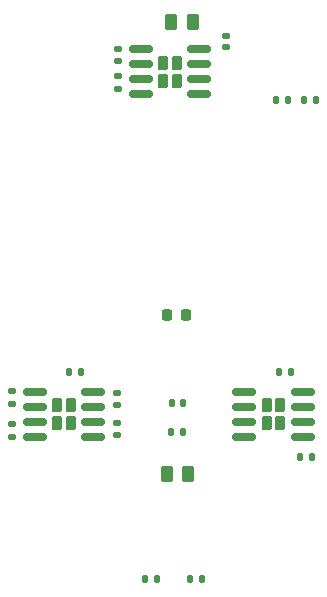
<source format=gbr>
%TF.GenerationSoftware,KiCad,Pcbnew,8.0.5*%
%TF.CreationDate,2024-11-13T12:53:38+05:30*%
%TF.ProjectId,low_pass,6c6f775f-7061-4737-932e-6b696361645f,rev?*%
%TF.SameCoordinates,Original*%
%TF.FileFunction,Paste,Top*%
%TF.FilePolarity,Positive*%
%FSLAX46Y46*%
G04 Gerber Fmt 4.6, Leading zero omitted, Abs format (unit mm)*
G04 Created by KiCad (PCBNEW 8.0.5) date 2024-11-13 12:53:38*
%MOMM*%
%LPD*%
G01*
G04 APERTURE LIST*
G04 Aperture macros list*
%AMRoundRect*
0 Rectangle with rounded corners*
0 $1 Rounding radius*
0 $2 $3 $4 $5 $6 $7 $8 $9 X,Y pos of 4 corners*
0 Add a 4 corners polygon primitive as box body*
4,1,4,$2,$3,$4,$5,$6,$7,$8,$9,$2,$3,0*
0 Add four circle primitives for the rounded corners*
1,1,$1+$1,$2,$3*
1,1,$1+$1,$4,$5*
1,1,$1+$1,$6,$7*
1,1,$1+$1,$8,$9*
0 Add four rect primitives between the rounded corners*
20,1,$1+$1,$2,$3,$4,$5,0*
20,1,$1+$1,$4,$5,$6,$7,0*
20,1,$1+$1,$6,$7,$8,$9,0*
20,1,$1+$1,$8,$9,$2,$3,0*%
G04 Aperture macros list end*
%ADD10RoundRect,0.250000X-0.262500X-0.450000X0.262500X-0.450000X0.262500X0.450000X-0.262500X0.450000X0*%
%ADD11RoundRect,0.250000X0.262500X0.450000X-0.262500X0.450000X-0.262500X-0.450000X0.262500X-0.450000X0*%
%ADD12RoundRect,0.135000X0.185000X-0.135000X0.185000X0.135000X-0.185000X0.135000X-0.185000X-0.135000X0*%
%ADD13RoundRect,0.230000X-0.230000X-0.375000X0.230000X-0.375000X0.230000X0.375000X-0.230000X0.375000X0*%
%ADD14RoundRect,0.150000X-0.825000X-0.150000X0.825000X-0.150000X0.825000X0.150000X-0.825000X0.150000X0*%
%ADD15RoundRect,0.135000X-0.135000X-0.185000X0.135000X-0.185000X0.135000X0.185000X-0.135000X0.185000X0*%
%ADD16RoundRect,0.140000X-0.140000X-0.170000X0.140000X-0.170000X0.140000X0.170000X-0.140000X0.170000X0*%
%ADD17RoundRect,0.140000X0.140000X0.170000X-0.140000X0.170000X-0.140000X-0.170000X0.140000X-0.170000X0*%
%ADD18RoundRect,0.218750X-0.218750X-0.256250X0.218750X-0.256250X0.218750X0.256250X-0.218750X0.256250X0*%
%ADD19RoundRect,0.140000X-0.170000X0.140000X-0.170000X-0.140000X0.170000X-0.140000X0.170000X0.140000X0*%
%ADD20RoundRect,0.140000X0.170000X-0.140000X0.170000X0.140000X-0.170000X0.140000X-0.170000X-0.140000X0*%
G04 APERTURE END LIST*
D10*
%TO.C,R11*%
X62395000Y-53086000D03*
X64220000Y-53086000D03*
%TD*%
D11*
%TO.C,R8*%
X63839000Y-91313000D03*
X62014000Y-91313000D03*
%TD*%
D12*
%TO.C,R2*%
X48895000Y-88140000D03*
X48895000Y-87120000D03*
%TD*%
D13*
%TO.C,U4*%
X61725000Y-56515000D03*
X61725000Y-58015000D03*
X62865000Y-56515000D03*
X62865000Y-58015000D03*
D14*
X59820000Y-55360000D03*
X59820000Y-56630000D03*
X59820000Y-57900000D03*
X59820000Y-59170000D03*
X64770000Y-59170000D03*
X64770000Y-57900000D03*
X64770000Y-56630000D03*
X64770000Y-55360000D03*
%TD*%
D12*
%TO.C,R10*%
X57912000Y-58678000D03*
X57912000Y-57658000D03*
%TD*%
D15*
%TO.C,R5*%
X60194000Y-100203000D03*
X61214000Y-100203000D03*
%TD*%
D16*
%TO.C,C5*%
X62413000Y-87757000D03*
X63373000Y-87757000D03*
%TD*%
D17*
%TO.C,C1*%
X72517000Y-82677000D03*
X71557000Y-82677000D03*
%TD*%
D12*
%TO.C,R1*%
X57785000Y-88013000D03*
X57785000Y-86993000D03*
%TD*%
D15*
%TO.C,R6*%
X64004000Y-100203000D03*
X65024000Y-100203000D03*
%TD*%
%TO.C,R9*%
X73658000Y-59690000D03*
X74678000Y-59690000D03*
%TD*%
D13*
%TO.C,U3*%
X70485000Y-85495000D03*
X70485000Y-86995000D03*
X71625000Y-85495000D03*
X71625000Y-86995000D03*
D14*
X68580000Y-84340000D03*
X68580000Y-85610000D03*
X68580000Y-86880000D03*
X68580000Y-88150000D03*
X73530000Y-88150000D03*
X73530000Y-86880000D03*
X73530000Y-85610000D03*
X73530000Y-84340000D03*
%TD*%
D15*
%TO.C,R7*%
X71243000Y-59690000D03*
X72263000Y-59690000D03*
%TD*%
D17*
%TO.C,C2*%
X54737000Y-82677000D03*
X53777000Y-82677000D03*
%TD*%
D18*
%TO.C,D1*%
X62052000Y-77851000D03*
X63627000Y-77851000D03*
%TD*%
D13*
%TO.C,U1*%
X52770000Y-85495000D03*
X52770000Y-86995000D03*
X53910000Y-85495000D03*
X53910000Y-86995000D03*
D14*
X50865000Y-84340000D03*
X50865000Y-85610000D03*
X50865000Y-86880000D03*
X50865000Y-88150000D03*
X55815000Y-88150000D03*
X55815000Y-86880000D03*
X55815000Y-85610000D03*
X55815000Y-84340000D03*
%TD*%
D19*
%TO.C,C3*%
X67056000Y-54229000D03*
X67056000Y-55189000D03*
%TD*%
D12*
%TO.C,R3*%
X57785000Y-85473000D03*
X57785000Y-84453000D03*
%TD*%
D17*
%TO.C,C6*%
X74295000Y-89916000D03*
X73335000Y-89916000D03*
%TD*%
D12*
%TO.C,R4*%
X48895000Y-85348000D03*
X48895000Y-84328000D03*
%TD*%
D16*
%TO.C,C4*%
X62441000Y-85344000D03*
X63401000Y-85344000D03*
%TD*%
D20*
%TO.C,C7*%
X57912000Y-56332000D03*
X57912000Y-55372000D03*
%TD*%
M02*

</source>
